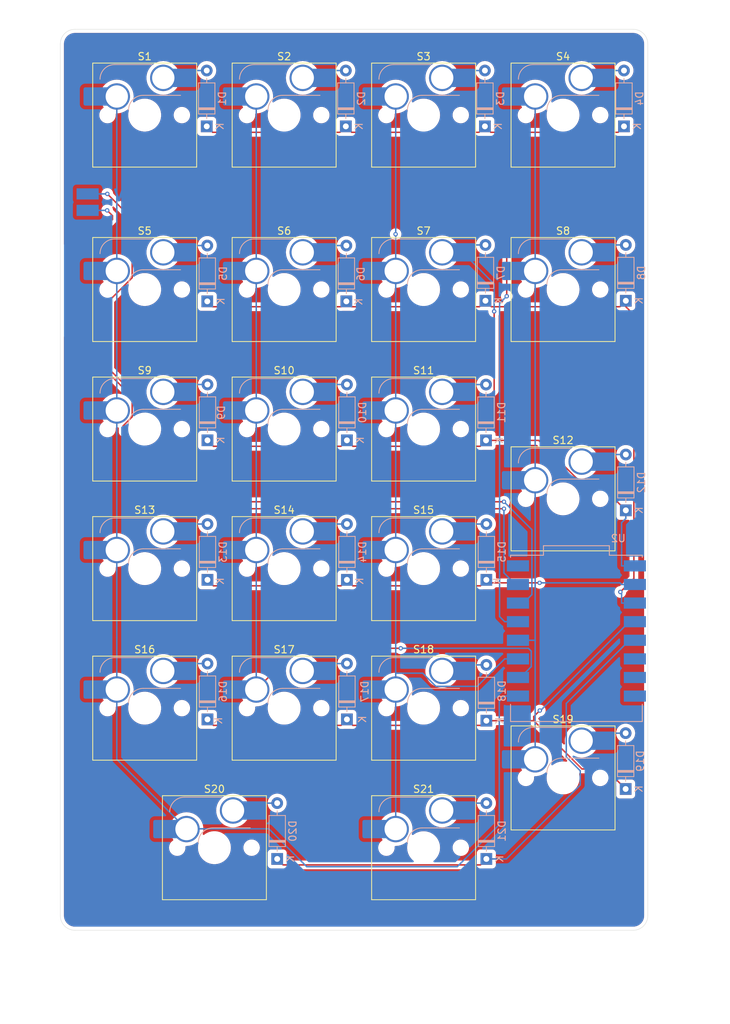
<source format=kicad_pcb>
(kicad_pcb (version 20240108) (generator "pcbnew") (generator_version "8.0")
  (layers (0 "F.Cu" signal) (31 "B.Cu" signal) (34 "B.Paste" user) (35 "F.Paste" user) (36 "B.SilkS" user "B.Silkscreen") (37 "F.SilkS" user "F.Silkscreen") (38 "B.Mask" user) (39 "F.Mask" user) (44 "Edge.Cuts" user))
  (net 0 "")
  (net 1 "Net-(D1-A)")
  (net 2 "Linha 0")
  (net 3 "Net-(D2-A)")
  (net 4 "Net-(D3-A)")
  (net 5 "Net-(D4-A)")
  (net 6 "Net-(D5-A)")
  (net 7 "Linha 1")
  (net 8 "Net-(D6-A)")
  (net 9 "Net-(D7-A)")
  (net 10 "Net-(D8-A)")
  (net 11 "Net-(D9-A)")
  (net 12 "Linha 2")
  (net 13 "Net-(D10-A)")
  (net 14 "Net-(D11-A)")
  (net 15 "Net-(D12-A)")
  (net 16 "Linha 3")
  (net 17 "Net-(D13-A)")
  (net 18 "Net-(D14-A)")
  (net 19 "Net-(D15-A)")
  (net 20 "Net-(D16-A)")
  (net 21 "Linha 4")
  (net 22 "Net-(D18-A)")
  (net 23 "Coluna 0")
  (net 24 "Coluna 1")
  (net 25 "Coluna 2")
  (net 26 "Coluna 3")
  (net 27 "Alimentação +")
  (net 28 "Linha 5")
  (net 29 "Alimentação -")
  (net 30 "Net-(D17-A)")
  (net 31 "Net-(D19-A)")
  (net 32 "Net-(D20-A)")
  (net 33 "Net-(D21-A)")
  (footprint "ScottoKeebs_Hotswap:Hotswap_MX_Plated_1.00u" (layer "F.Cu") (at 93.485 38.6425)
    (property "Reference" "S4")
    (property "Value" "Keyswitch")
  )
  (footprint "ScottoKeebs_Hotswap:Hotswap_MX_Plated_1.00u" (layer "F.Cu") (at 74.435 100.555)
    (property "Reference" "S15")
    (property "Value" "Keyswitch")
  )
  (footprint "ScottoKeebs_Hotswap:Hotswap_MX_Plated_1.00u" (layer "F.Cu") (at 36.335 62.455)
    (property "Reference" "S5")
    (property "Value" "Keyswitch")
  )
  (footprint "ScottoKeebs_Hotswap:Hotswap_MX_Plated_1.00u" (layer "F.Cu") (at 36.335 38.6425)
    (property "Reference" "S1")
    (property "Value" "Keyswitch")
  )
  (footprint "ScottoKeebs_Hotswap:Hotswap_MX_Plated_1.00u" (layer "F.Cu") (at 55.385 38.6425)
    (property "Reference" "S2")
    (property "Value" "Keyswitch")
  )
  (footprint "ScottoKeebs_Hotswap:Hotswap_MX_Plated_1.00u" (layer "F.Cu") (at 36.335 119.605)
    (property "Reference" "S16")
    (property "Value" "Keyswitch")
  )
  (footprint "ScottoKeebs_Hotswap:Hotswap_MX_Plated_1.00u" (layer "F.Cu") (at 55.385 100.555)
    (property "Reference" "S14")
    (property "Value" "Keyswitch")
  )
  (footprint "ScottoKeebs_Hotswap:Hotswap_MX_Plated_1.00u" (layer "F.Cu") (at 74.435 138.655)
    (property "Reference" "S21")
    (property "Value" "Keyswitch")
  )
  (footprint "ScottoKeebs_Hotswap:Hotswap_MX_Plated_1.00u" (layer "F.Cu") (at 74.435 38.6425)
    (property "Reference" "S3")
    (property "Value" "Keyswitch")
  )
  (footprint "ScottoKeebs_Hotswap:Hotswap_MX_Plated_1.00u" (layer "F.Cu") (at 55.385 119.605)
    (property "Reference" "S17")
    (property "Value" "Keyswitch")
  )
  (footprint "ScottoKeebs_Hotswap:Hotswap_MX_Plated_1.00u" (layer "F.Cu") (at 36.335 100.555)
    (property "Reference" "S13")
    (property "Value" "Keyswitch")
  )
  (footprint "" (layer "F.Cu") (at 28.54 49.4)
    (property "Reference" "")
    (property "Value" "")
  )
  (footprint "ScottoKeebs_Hotswap:Hotswap_MX_Plated_1.00u" (layer "F.Cu") (at 45.86 138.655)
    (property "Reference" "S20")
    (property "Value" "Keyswitch")
  )
  (footprint "ScottoKeebs_Hotswap:Hotswap_MX_Plated_1.00u" (layer "F.Cu") (at 55.385 81.505)
    (property "Reference" "S10")
    (property "Value" "Keyswitch")
  )
  (footprint "ScottoKeebs_Hotswap:Hotswap_MX_Plated_1.00u" (layer "F.Cu") (at 93.485 129.13)
    (property "Reference" "S19")
    (property "Value" "Keyswitch")
  )
  (footprint "ScottoKeebs_Hotswap:Hotswap_MX_Plated_1.00u" (layer "F.Cu") (at 55.385 62.455)
    (property "Reference" "S6")
    (property "Value" "Keyswitch")
  )
  (footprint "ScottoKeebs_Hotswap:Hotswap_MX_Plated_1.00u" (layer "F.Cu") (at 74.435 81.505)
    (property "Reference" "S11")
    (property "Value" "Keyswitch")
  )
  (footprint "ScottoKeebs_Hotswap:Hotswap_MX_Plated_1.00u" (layer "F.Cu") (at 93.485 91.03)
    (property "Reference" "S12")
    (property "Value" "Keyswitch")
  )
  (footprint "ScottoKeebs_Hotswap:Hotswap_MX_Plated_1.00u" (layer "F.Cu") (at 74.435 62.455)
    (property "Reference" "S7")
    (property "Value" "Keyswitch")
  )
  (footprint "ScottoKeebs_Hotswap:Hotswap_MX_Plated_1.00u" (layer "F.Cu") (at 93.485 62.455)
    (property "Reference" "S8")
    (property "Value" "Keyswitch")
  )
  (footprint "" (layer "F.Cu") (at 28.54 51.65)
    (property "Reference" "")
    (property "Value" "")
  )
  (footprint "ScottoKeebs_Hotswap:Hotswap_MX_Plated_1.00u" (layer "F.Cu") (at 74.435 119.605)
    (property "Reference" "S18")
    (property "Value" "Keyswitch")
  )
  (footprint "ScottoKeebs_Hotswap:Hotswap_MX_Plated_1.00u" (layer "F.Cu") (at 36.335 81.505)
    (property "Reference" "S9")
    (property "Value" "Keyswitch")
  )
  (footprint "Diode_THT:D_DO-35_SOD27_P7.62mm_Horizontal" (layer "B.Cu") (at 44.91 121.14 90)
    (property "Reference" "D16")
    (property "Value" "Diode")
  )
  (footprint "Diode_THT:D_DO-35_SOD27_P7.62mm_Horizontal" (layer "B.Cu") (at 44.91 102.09 90)
    (property "Reference" "D13")
    (property "Value" "Diode")
  )
  (footprint "Diode_THT:D_DO-35_SOD27_P7.62mm_Horizontal" (layer "B.Cu") (at 82.96 83.05 90)
    (property "Reference" "D11")
    (property "Value" "Diode")
  )
  (footprint "Diode_THT:D_DO-35_SOD27_P7.62mm_Horizontal" (layer "B.Cu") (at 63.96 102.09 90)
    (property "Reference" "D14")
    (property "Value" "Diode")
  )
  (footprint "Diode_THT:D_DO-35_SOD27_P7.62mm_Horizontal" (layer "B.Cu") (at 83.01 121.32 90)
    (property "Reference" "D18")
    (property "Value" "Diode")
  )
  (footprint "Diode_THT:D_DO-35_SOD27_P7.62mm_Horizontal" (layer "B.Cu") (at 101.81 40.18 90)
    (property "Reference" "D4")
    (property "Value" "Diode")
  )
  (footprint "Diode_THT:D_DO-35_SOD27_P7.62mm_Horizontal" (layer "B.Cu") (at 44.81 40.18 90)
    (property "Reference" "D1")
    (property "Value" "Diode")
  )
  (footprint "Diode_THT:D_DO-35_SOD27_P7.62mm_Horizontal" (layer "B.Cu") (at 83.01 102.09 90)
    (property "Reference" "D15")
    (property "Value" "Diode")
  )
  (footprint "Diode_THT:D_DO-35_SOD27_P7.62mm_Horizontal" (layer "B.Cu") (at 102.035 130.64 90)
    (property "Reference" "D19")
    (property "Value" "Diode")
  )
  (footprint "Diode_THT:D_DO-35_SOD27_P7.62mm_Horizontal" (layer "B.Cu") (at 63.81 40.18 90)
    (property "Reference" "D2")
    (property "Value" "Diode")
  )
  (footprint "Diode_THT:D_DO-35_SOD27_P7.62mm_Horizontal" (layer "B.Cu") (at 63.96 121.14 90)
    (property "Reference" "D17")
    (property "Value" "Diode")
  )
  (footprint "Diode_THT:D_DO-35_SOD27_P7.62mm_Horizontal" (layer "B.Cu") (at 63.96 83.04 90)
    (property "Reference" "D10")
    (property "Value" "Diode")
  )
  (footprint "Diode_THT:D_DO-35_SOD27_P7.62mm_Horizontal" (layer "B.Cu") (at 102.06 92.6 90)
    (property "Reference" "D12")
    (property "Value" "Diode")
  )
  (footprint "Diode_THT:D_DO-35_SOD27_P7.62mm_Horizontal" (layer "B.Cu") (at 44.91 83.04 90)
    (property "Reference" "D9")
    (property "Value" "Diode")
  )
  (footprint "Diode_THT:D_DO-35_SOD27_P7.62mm_Horizontal" (layer "B.Cu") (at 54.435 140.19 90)
    (property "Reference" "D20")
    (property "Value" "Diode")
  )
  (footprint "Diode_THT:D_DO-35_SOD27_P7.62mm_Horizontal" (layer "B.Cu") (at 44.885 64.07 90)
    (property "Reference" "D5")
    (property "Value" "Diode")
  )
  (footprint "Diode_THT:D_DO-35_SOD27_P7.62mm_Horizontal" (layer "B.Cu") (at 82.885 63.99 90)
    (property "Reference" "D7")
    (property "Value" "Diode")
  )
  (footprint "Diode_THT:D_DO-35_SOD27_P7.62mm_Horizontal" (layer "B.Cu") (at 82.81 40.18 90)
    (property "Reference" "D3")
    (property "Value" "Diode")
  )
  (footprint "ESP32-C3-SuperMini:ESP32-C3_SUPERMINI" (layer "B.Cu") (at 95.31 110.08 180)
    (property "Reference" "U2")
    (property "Value" "ESP32-C3_SUPERMINI_SMD")
  )
  (footprint "Diode_THT:D_DO-35_SOD27_P7.62mm_Horizontal" (layer "B.Cu") (at 63.885 64.07 90)
    (property "Reference" "D6")
    (property "Value" "Diode")
  )
  (footprint "Diode_THT:D_DO-35_SOD27_P7.62mm_Horizontal" (layer "B.Cu") (at 83.01 140.19 90)
    (property "Reference" "D21")
    (property "Value" "Diode")
  )
  (footprint "Diode_THT:D_DO-35_SOD27_P7.62mm_Horizontal" (layer "B.Cu") (at 102.06 63.99 90)
    (property "Reference" "D8")
    (property "Value" "Diode")
  )
  (gr_arc (start 26.81 149.93) (mid 25.395786 149.344214) (end 24.81 147.93) (stroke (width 0.05)) (layer "Edge.Cuts"))
  (gr_line (start 24.81 122.18) (end 24.81 147.93) (stroke (width 0.05)) (layer "Edge.Cuts"))
  (gr_arc (start 105.06 147.93) (mid 104.474214 149.344214) (end 103.06 149.93) (stroke (width 0.05)) (layer "Edge.Cuts"))
  (gr_line (start 83.81 149.93) (end 26.81 149.93) (stroke (width 0.05)) (layer "Edge.Cuts"))
  (gr_line (start 36.81 26.93) (end 26.81 26.93) (stroke (width 0.05)) (layer "Edge.Cuts"))
  (gr_line (start 36.81 26.93) (end 103.06 26.93) (stroke (width 0.05)) (layer "Edge.Cuts"))
  (gr_line (start 83.81 149.93) (end 103.06 149.93) (stroke (width 0.05)) (layer "Edge.Cuts"))
  (gr_arc (start 24.81 28.93) (mid 25.395786 27.515786) (end 26.81 26.93) (stroke (width 0.05)) (layer "Edge.Cuts"))
  (gr_arc (start 103.06 26.93) (mid 104.474214 27.515786) (end 105.06 28.93) (stroke (width 0.05)) (layer "Edge.Cuts"))
  (gr_line (start 24.81 116.93) (end 24.81 28.93) (stroke (width 0.05)) (layer "Edge.Cuts"))
  (gr_line (start 105.06 112.18) (end 105.06 147.93) (stroke (width 0.05)) (layer "Edge.Cuts"))
  (gr_line (start 24.81 122.18) (end 24.81 116.93) (stroke (width 0.05)) (layer "Edge.Cuts"))
  (gr_line (start 105.06 112.18) (end 105.06 28.93) (stroke (width 0.05)) (layer "Edge.Cuts"))
  (gr_text "+5V\n" (at 36.94 50.49 0) (layer "B.Cu") (effects (font (size 1.5 1.5) (thickness 0.3) (bold yes)) (justify left bottom mirror)))
  (segment (start 42.6575 32.56) (end 42.1563 33.0612) (width 0.2) (layer "B.Cu") (net 1))
  (segment (start 39.3763 33.0612) (end 38.875 33.5625) (width 0.2) (layer "B.Cu") (net 1))
  (segment (start 42.1563 33.0612) (end 39.3763 33.0612) (width 0.2) (layer "B.Cu") (net 1))
  (segment (start 42.1563 33.0612) (end 41.655 33.5625) (width 0.2) (layer "B.Cu") (net 1))
  (segment (start 44.81 32.56) (end 42.6575 32.56) (width 0.2) (layer "B.Cu") (net 1))
  (segment (start 85.792 63.3665) (end 85.792 41.9544) (width 0.2) (layer "F.Cu") (net 2))
  (segment (start 82.81 40.18) (end 83.6225 40.9925) (width 0.2) (layer "F.Cu") (net 2))
  (segment (start 100.998 40.9925) (end 101.81 40.18) (width 0.2) (layer "F.Cu") (net 2))
  (segment (start 63.81 40.18) (end 62.9975 40.9925) (width 0.2) (layer "F.Cu") (net 2))
  (segment (start 62.9975 40.9925) (end 45.6225 40.9925) (width 0.2) (layer "F.Cu") (net 2))
  (segment (start 85.792 41.9544) (end 84.8301 40.9925) (width 0.2) (layer "F.Cu") (net 2))
  (segment (start 83.6225 40.9925) (end 84.8301 40.9925) (width 0.2) (layer "F.Cu") (net 2))
  (segment (start 82.81 40.18) (end 81.9975 40.9925) (width 0.2) (layer "F.Cu") (net 2))
  (segment (start 84.8301 40.9925) (end 100.998 40.9925) (width 0.2) (layer "F.Cu") (net 2))
  (segment (start 45.6225 40.9925) (end 44.81 40.18) (width 0.2) (layer "F.Cu") (net 2))
  (segment (start 81.9975 40.9925) (end 64.6225 40.9925) (width 0.2) (layer "F.Cu") (net 2))
  (segment (start 64.6225 40.9925) (end 63.81 40.18) (width 0.2) (layer "F.Cu") (net 2))
  (via (at 85.792 63.3665) (size 0.6) (drill 0.3) (layers "F.Cu" "B.Cu") (net 2))
  (segment (start 85.5108 107.8) (end 84.8139 107.1031) (width 0.2) (layer "B.Cu") (net 2))
  (segment (start 84.8139 64.3446) (end 85.792 63.3665) (width 0.2) (layer "B.Cu") (net 2))
  (segment (start 87.325 107.8) (end 85.5108 107.8) (width 0.2) (layer "B.Cu") (net 2))
  (segment (start 84.8139 107.1031) (end 84.8139 64.3446) (width 0.2) (layer "B.Cu") (net 2))
  (segment (start 61.2063 33.0612) (end 60.705 33.5625) (width 0.2) (layer "B.Cu") (net 3))
  (segment (start 61.7075 32.56) (end 61.2063 33.0612) (width 0.2) (layer "B.Cu") (net 3))
  (segment (start 61.2063 33.0612) (end 58.4263 33.0612) (width 0.2) (layer "B.Cu") (net 3))
  (segment (start 58.4263 33.0612) (end 57.925 33.5625) (width 0.2) (layer "B.Cu") (net 3))
  (segment (start 63.81 32.56) (end 61.7075 32.56) (width 0.2) (layer "B.Cu") (net 3))
  (segment (start 82.81 32.56) (end 80.7575 32.56) (width 0.2) (layer "B.Cu") (net 4))
  (segment (start 80.2563 33.0612) (end 79.755 33.5625) (width 0.2) (layer "B.Cu") (net 4))
  (segment (start 80.2563 33.0612) (end 77.4763 33.0612) (width 0.2) (layer "B.Cu") (net 4))
  (segment (start 80.7575 32.56) (end 80.2563 33.0612) (width 0.2) (layer "B.Cu") (net 4))
  (segment (start 77.4763 33.0612) (end 76.975 33.5625) (width 0.2) (layer "B.Cu") (net 4))
  (segment (start 96.5263 33.0612) (end 96.025 33.5625) (width 0.2) (layer "B.Cu") (net 5))
  (segment (start 99.3063 33.0612) (end 96.5263 33.0612) (width 0.2) (layer "B.Cu") (net 5))
  (segment (start 99.3063 33.0612) (end 98.805 33.5625) (width 0.2) (layer "B.Cu") (net 5))
  (segment (start 101.81 32.56) (end 99.8075 32.56) (width 0.2) (layer "B.Cu") (net 5))
  (segment (start 99.8075 32.56) (end 99.3063 33.0612) (width 0.2) (layer "B.Cu") (net 5))
  (segment (start 42.1175 56.9125) (end 41.655 57.375) (width 0.2) (layer "B.Cu") (net 6))
  (segment (start 42.1175 56.9125) (end 39.3375 56.9125) (width 0.2) (layer "B.Cu") (net 6))
  (segment (start 44.885 56.45) (end 42.58 56.45) (width 0.2) (layer "B.Cu") (net 6))
  (segment (start 39.3375 56.9125) (end 38.875 57.375) (width 0.2) (layer "B.Cu") (net 6))
  (segment (start 42.58 56.45) (end 42.1175 56.9125) (width 0.2) (layer "B.Cu") (net 6))
  (segment (start 102.06 63.99) (end 101.6525 64.3975) (width 0.2) (layer "F.Cu") (net 7))
  (segment (start 63.15 64.805) (end 45.62 64.805) (width 0.2) (layer "F.Cu") (net 7))
  (segment (start 103.1617 65.9067) (end 103.1617 101.8931) (width 0.2) (layer "F.Cu") (net 7))
  (segment (start 82.885 63.99) (end 82.07 64.805) (width 0.2) (layer "F.Cu") (net 7))
  (segment (start 101.6525 64.3975) (end 101.245 64.805) (width 0.2) (layer "F.Cu") (net 7))
  (segment (start 101.245 64.805) (end 83.7 64.805) (width 0.2) (layer "F.Cu") (net 7))
  (segment (start 82.07 64.805) (end 64.62 64.805) (width 0.2) (layer "F.Cu") (net 7))
  (segment (start 63.885 64.07) (end 63.15 64.805) (width 0.2) (layer "F.Cu") (net 7))
  (segment (start 101.6525 64.3975) (end 103.1617 65.9067) (width 0.2) (layer "F.Cu") (net 7))
  (segment (start 45.62 64.805) (end 44.885 64.07) (width 0.2) (layer "F.Cu") (net 7))
  (segment (start 83.7 64.805) (end 82.885 63.99) (width 0.2) (layer "F.Cu") (net 7))
  (segment (start 103.1617 101.8931) (end 101.3125 103.7423) (width 0.2) (layer "F.Cu") (net 7))
  (segment (start 64.62 64.805) (end 63.885 64.07) (width 0.2) (layer "F.Cu") (net 7))
  (via (at 101.3125 103.7423) (size 0.6) (drill 0.3) (layers "F.Cu" "B.Cu") (net 7))
  (segment (start 101.4808 103.9106) (end 101.3125 103.7423) (width 0.2) (layer "B.Cu") (net 7))
  (segment (start 101.4808 105.26) (end 101.4808 103.9106) (width 0.2) (layer "B.Cu") (net 7))
  (segment (start 103.295 105.26) (end 101.4808 105.26) (width 0.2) (layer "B.Cu") (net 7))
  (segment (start 58.3875 56.9125) (end 57.925 57.375) (width 0.2) (layer "B.Cu") (net 8))
  (segment (start 61.1675 56.9125) (end 58.3875 56.9125) (width 0.2) (layer "B.Cu") (net 8))
  (segment (start 61.1675 56.9125) (end 60.705 57.375) (width 0.2) (layer "B.Cu") (net 8))
  (segment (start 63.885 56.45) (end 61.63 56.45) (width 0.2) (layer "B.Cu") (net 8))
  (segment (start 61.63 56.45) (end 61.1675 56.9125) (width 0.2) (layer "B.Cu") (net 8))
  (segment (start 83.905 76.425) (end 83.9075 76.4275) (width 0.2) (layer "F.Cu") (net 9))
  (segment (start 83.9075 76.4275) (end 83.91 76.43) (width 0.2) (layer "F.Cu") (net 9))
  (segment (start 84.0734 76.2616) (end 84.0734 65.4393) (width 0.2) (layer "F.Cu") (net 9))
  (segment (start 83.9075 76.4275) (end 84.0734 76.2616) (width 0.2) (layer "F.Cu") (net 9))
  (via (at 84.0734 65.4393) (size 0.6) (drill 0.3) (layers "F.Cu" "B.Cu") (net 9))
  (segment (start 80.2575 56.8725) (end 77.4775 56.8725) (width 0.2) (layer "B.Cu") (net 9))
  (segment (start 79.755 57.375) (end 84.0734 61.6934) (width 0.2) (layer "B.Cu") (net 9))
  (segment (start 84.0734 61.6934) (end 84.0734 65.4393) (width 0.2) (layer "B.Cu") (net 9))
  (segment (start 77.4775 56.8725) (end 76.975 57.375) (width 0.2) (layer "B.Cu") (net 9))
  (segment (start 80.76 56.37) (end 80.2575 56.8725) (width 0.2) (layer "B.Cu") (net 9))
  (segment (start 82.885 56.37) (end 80.76 56.37) (width 0.2) (layer "B.Cu") (net 9))
  (segment (start 80.2575 56.8725) (end 79.755 57.375) (width 0.2) (layer "B.Cu") (net 9))
  (segment (start 99.81 56.37) (end 99.3075 56.8725) (width 0.2) (layer "B.Cu") (net 10))
  (segment (start 99.3075 56.8725) (end 98.805 57.375) (width 0.2) (layer "B.Cu") (net 10))
  (segment (start 102.06 56.37) (end 99.81 56.37) (width 0.2) (layer "B.Cu") (net 10))
  (segment (start 96.5275 56.8725) (end 96.025 57.375) (width 0.2) (layer "B.Cu") (net 10))
  (segment (start 99.3075 56.8725) (end 96.5275 56.8725) (width 0.2) (layer "B.Cu") (net 10))
  (segment (start 39.3775 75.9225) (end 38.875 76.425) (width 0.2) (layer "B.Cu") (net 11))
  (segment (start 42.1575 75.9225) (end 39.3775 75.9225) (width 0.2) (layer "B.Cu") (net 11))
  (segment (start 44.91 75.42) (end 42.66 75.42) (width 0.2) (layer "B.Cu") (net 11))
  (segment (start 42.1575 75.9225) (end 41.655 76.425) (width 0.2) (layer "B.Cu") (net 11))
  (segment (start 42.66 75.42) (end 42.1575 75.9225) (width 0.2) (layer "B.Cu") (net 11))
  (segment (start 82.155 83.855) (end 64.775 83.855) (width 0.2) (layer "F.Cu") (net 12))
  (segment (start 90.1552 83.05) (end 96.9102 89.805) (width 0.2) (layer "F.Cu") (net 12))
  (segment (start 63.145 83.855) (end 45.725 83.855) (width 0.2) (layer "F.Cu") (net 12))
  (segment (start 96.9102 89.805) (end 99.265 89.805) (width 0.2) (layer "F.Cu") (net 12))
  (segment (start 64.775 83.855) (end 63.96 83.04) (width 0.2) (layer "F.Cu") (net 12))
  (segment (start 82.96 83.05) (end 82.155 83.855) (width 0.2) (layer "F.Cu") (net 12))
  (segment (start 82.96 83.05) (end 90.1552 83.05) (width 0.2) (layer "F.Cu") (net 12))
  (segment (start 63.96 83.04) (end 63.145 83.855) (width 0.2) (layer "F.Cu") (net 12))
  (segment (start 99.265 89.805) (end 102.06 92.6) (width 0.2) (layer "F.Cu") (net 12))
  (segment (start 45.725 83.855) (end 44.91 83.04) (width 0.2) (layer "F.Cu") (net 12))
  (segment (start 102.06 93.7017) (end 101.4808 94.2809) (width 0.2) (layer "B.Cu") (net 12))
  (segment (start 103.295 100.18) (end 101.4808 100.18) (width 0.2) (layer "B.Cu") (net 12))
  (segment (start 102.06 92.6) (end 102.06 93.7017) (width 0.2) (layer "B.Cu") (net 12))
  (segment (start 101.4808 94.2809) (end 101.4808 100.18) (width 0.2) (layer "B.Cu") (net 12))
  (segment (start 61.2075 75.9225) (end 58.4275 75.9225) (width 0.2) (layer "B.Cu") (net 13))
  (segment (start 61.2075 75.9225) (end 60.705 76.425) (width 0.2) (layer "B.Cu") (net 13))
  (segment (start 63.96 75.42) (end 61.71 75.42) (width 0.2) (layer "B.Cu") (net 13))
  (segment (start 61.71 75.42) (end 61.2075 75.9225) (width 0.2) (layer "B.Cu") (net 13))
  (segment (start 58.4275 75.9225) (end 57.925 76.425) (width 0.2) (layer "B.Cu") (net 13))
  (segment (start 80.2525 75.9275) (end 77.4725 75.9275) (width 0.2) (layer "B.Cu") (net 14))
  (segment (start 82.96 75.43) (end 80.75 75.43) (width 0.2) (layer "B.Cu") (net 14))
  (segment (start 80.75 75.43) (end 80.2525 75.9275) (width 0.2) (layer "B.Cu") (net 14))
  (segment (start 80.2525 75.9275) (end 79.755 76.425) (width 0.2) (layer "B.Cu") (net 14))
  (segment (start 77.4725 75.9275) (end 76.975 76.425) (width 0.2) (layer "B.Cu") (net 14))
  (segment (start 99.29 85.465) (end 98.805 85.95) (width 0.2) (layer "B.Cu") (net 15))
  (segment (start 96.51 85.465) (end 96.025 85.95) (width 0.2) (layer "B.Cu") (net 15))
  (segment (start 99.29 85.465) (end 96.51 85.465) (width 0.2) (layer "B.Cu") (net 15))
  (segment (start 102.06 84.98) (end 99.775 84.98) (width 0.2) (layer "B.Cu") (net 15))
  (segment (start 99.775 84.98) (end 99.29 85.465) (width 0.2) (layer "B.Cu") (net 15))
  (segment (start 82.195 102.905) (end 82.6025 102.4975) (width 0.2) (layer "F.Cu") (net 16))
  (segment (start 44.91 102.09) (end 45.725 102.905) (width 0.2) (layer "F.Cu") (net 16))
  (segment (start 64.775 102.905) (end 82.195 102.905) (width 0.2) (layer "F.Cu") (net 16))
  (segment (start 63.145 102.905) (end 63.96 102.09) (width 0.2) (layer "F.Cu") (net 16))
  (segment (start 82.6025 102.4975) (end 83.01 102.09) (width 0.2) (layer "F.Cu") (net 16))
  (segment (start 63.96 102.09) (end 64.775 102.905) (width 0.2) (layer "F.Cu") (net 16))
  (segment (start 82.6025 102.4975) (end 90.2787 102.4975) (width 0.2) (layer "F.Cu") (net 16))
  (segment (start 45.725 102.905) (end 63.145 102.905) (width 0.2) (layer "F.Cu") (net 16))
  (via (at 90.2787 102.4975) (size 0.6) (drill 0.3) (layers "F.Cu" "B.Cu") (net 16))
  (segment (start 101.2583 102.4975) (end 90.2787 102.4975) (width 0.2) (layer "B.Cu") (net 16))
  (segment (start 103.295 102.72) (end 101.4808 102.72) (width 0.2) (layer "B.Cu") (net 16))
  (segment (start 101.4808 102.72) (end 101.2583 102.4975) (width 0.2) (layer "B.Cu") (net 16))
  (segment (start 42.66 94.47) (end 42.1575 94.9725) (width 0.2) (layer "B.Cu") (net 17))
  (segment (start 44.91 94.47) (end 42.66 94.47) (width 0.2) (layer "B.Cu") (net 17))
  (segment (start 39.3775 94.9725) (end 38.875 95.475) (width 0.2) (layer "B.Cu") (net 17))
  (segment (start 42.1575 94.9725) (end 41.655 95.475) (width 0.2) (layer "B.Cu") (net 17))
  (segment (start 42.1575 94.9725) (end 39.3775 94.9725) (width 0.2) (layer "B.Cu") (net 17))
  (segment (start 61.2075 94.9725) (end 58.4275 94.9725) (width 0.2) (layer "B.Cu") (net 18))
  (segment (start 58.4275 94.9725) (end 57.925 95.475) (width 0.2) (layer "B.Cu") (net 18))
  (segment (start 61.71 94.47) (end 61.2075 94.9725) (width 0.2) (layer "B.Cu") (net 18))
  (segment (start 63.96 94.47) (end 61.71 94.47) (width 0.2) (layer "B.Cu") (net 18))
  (segment (start 61.2075 94.9725) (end 60.705 95.475) (width 0.2) (layer "B.Cu") (net 18))
  (segment (start 80.76 94.47) (end 80.2575 94.9725) (width 0.2) (layer "B.Cu") (net 19))
  (segment (start 83.01 94.47) (end 80.76 94.47) (width 0.2) (layer "B.Cu") (net 19))
  (segment (start 80.2575 94.9725) (end 79.755 95.475) (width 0.2) (layer "B.Cu") (net 19))
  (segment (start 77.4775 94.9725) (end 76.975 95.475) (width 0.2) (layer "B.Cu") (net 19))
  (segment (start 80.2575 94.9725) (end 77.4775 94.9725) (width 0.2) (layer "B.Cu") (net 19))
  (segment (start 38.88 114.52) (end 38.875 114.525) (width 0.2) (layer "F.Cu") (net 20))
  (segment (start 44.91 113.52) (end 42.66 113.52) (width 0.2) (layer "B.Cu") (net 20))
  (segment (start 42.1575 114.0225) (end 41.655 114.525) (width 0.2) (layer "B.Cu") (net 20))
  (segment (start 39.3775 114.0225) (end 38.875 114.525) (width 0.2) (layer "B.Cu") (net 20))
  (segment (start 42.1575 114.0225) (end 39.3775 114.0225) (width 0.2) (layer "B.Cu") (net 20))
  (segment (start 42.66 113.52) (end 42.1575 114.0225) (width 0.2) (layer "B.Cu") (net 20))
  (segment (start 83.01 121.32) (end 89.48 121.32) (width 0.2) (layer "F.Cu") (net 21))
  (segment (start 82.375 121.955) (end 64.775 121.955) (width 0.2) (layer "F.Cu") (net 21))
  (segment (start 90.31 119.93) (end 89.48 120.76) (width 0.2) (layer "F.Cu") (net 21))
  (segment (start 45.725 121.955) (end 44.91 121.14) (width 0.2) (layer "F.Cu") (net 21))
  (segment (start 64.775 121.955) (end 63.96 121.14) (width 0.2) (layer "F.Cu") (net 21))
  (segment (start 63.145 121.955) (end 45.725 121.955) (width 0.2) (layer "F.Cu") (net 21))
  (segment (start 89.48 121.32) (end 96.065 127.905) (width 0.2) (layer "F.Cu") (net 21))
  (segment (start 83.01 121.32) (end 82.375 121.955) (width 0.2) (layer "F.Cu") (net 21))
  (segment (start 96.065 127.905) (end 99.3 127.905) (width 0.2) (layer "F.Cu") (net 21))
  (segment (start 63.96 121.14) (end 63.145 121.955) (width 0.2) (layer "F.Cu") (net 21))
  (segment (start 89.48 120.76) (end 89.48 121.32) (width 0.2) (layer "F.Cu") (net 21))
  (segment (start 99.3 127.905) (end 102.035 130.64) (width 0.2) (layer "F.Cu") (net 21))
  (via (at 90.31 119.93) (size 0.6) (drill 0.3) (layers "F.Cu" "B.Cu") (net 21))
  (segment (start 102.5445 107.8) (end 90.4145 119.93) (width 0.2) (layer "B.Cu") (net 21))
  (segment (start 90.4145 119.93) (end 90.31 119.93) (width 0.2) (layer "B.Cu") (net 21))
  (segment (start 103.295 107.8) (end 102.5445 107.8) (width 0.2) (layer "B.Cu") (net 21))
  (segment (start 76.98 114.52) (end 76.975 114.525) (width 0.2) (layer "F.Cu") (net 22))
  (segment (start 83.01 113.7) (end 80.58 113.7) (width 0.2) (layer "B.Cu") (net 22))
  (segment (start 80.1675 114.1125) (end 79.755 114.525) (width 0.2) (layer "B.Cu") (net 22))
  (segment (start 80.1675 114.1125) (end 77.3875 114.1125) (width 0.2) (layer "B.Cu") (net 22))
  (segment (start 77.3875 114.1125) (end 76.975 114.525) (width 0.2) (layer "B.Cu") (net 22))
  (segment (start 80.58 113.7) (end 80.1675 114.1125) (width 0.2) (layer "B.Cu") (net 22))
  (segment (start 32.525 109.985) (end 32.525 117.065) (width 0.2) (layer "B.Cu") (net 23))
  (segment (start 32.525 78.965) (end 32.525 98.015) (width 0.2) (layer "B.Cu") (net 23))
  (segment (start 42.09 136.075) (end 42.05 136.115) (width 0.2) (layer "B.Cu") (net 23))
  (segment (start 84.7743 135.5047) (end 79.0302 141.2488) (width 0.2) (layer "B.Cu") (net 23))
  (segment (start 39.275 133.34) (end 42.05 136.115) (width 0.2) (layer "B.Cu") (net 23))
  (segment (start 32.525 98.6725) (end 30.4075 98.6725) (width 0.2) (layer "B.Cu") (net 23))
  (segment (start 79.0302 141.2488) (end 58.473 141.2488) (width 0.2) (layer "B.Cu") (net 23))
  (segment (start 30.4075 36.76) (end 29.75 36.1025) (width 0.2) (layer "B.Cu") (net 23))
  (segment (start 85.5108 117.96) (end 84.7743 118.6965) (width 0.2) (layer "B.Cu") (net 23))
  (segment (start 58.473 141.2488) (end 53.2992 136.075) (width 0.2) (layer "B.Cu") (net 23))
  (segment (start 87.325 117.96) (end 85.5108 117.96) (width 0.2) (layer "B.Cu") (net 23))
  (segment (start 30.4075 98.6725) (end 29.75 98.015) (width 0.2) (layer "B.Cu") (net 23))
  (segment (start 32.525 126.59) (end 39.275 133.34) (width 0.2) (layer "B.Cu") (net 23))
  (segment (start 53.2992 136.075) (end 42.09 136.075) (width 0.2) (layer "B.Cu") (net 23))
  (segment (start 29.75 78.965) (end 32.525 78.965) (width 0.2) (layer "B.Cu") (net 23))
  (segment (start 32.525 98.015) (end 32.525 98.6725) (width 0.2) (layer "B.Cu") (net 23))
  (segment (start 32.525 98.6725) (end 32.525 109.985) (width 0.2) (layer "B.Cu") (net 23))
  (segment (start 32.525 117.065) (end 32.525 126.59) (width 0.2) (layer "B.Cu") (net 23))
  (segment (start 32.525 36.76) (end 30.4075 36.76) (width 0.2) (layer "B.Cu") (net 23))
  (segment (start 32.525 50.4537) (end 32.525 59.915) (width 0.2) (layer "B.Cu") (net 23))
  (segment (start 32.525 59.915) (end 32.525 78.965) (width 0.2) (layer "B.Cu") (net 23))
  (segment (start 32.525 36.1025) (end 32.525 36.76) (width 0.2) (layer "B.Cu") (net 23))
  (segment (start 32.525 36.76) (end 32.525 50.4537) (width 0.2) (layer "B.Cu") (net 23))
  (segment (start 84.7743 118.6965) (end 84.7743 135.5047) (width 0.2) (layer "B.Cu") (net 23))
  (segment (start 71.31 111.43) (end 57.21 111.43) (width 0.2) (layer "F.Cu") (net 24))
  (segment (start 57.21 111.43) (end 51.575 117.065) (width 0.2) (layer "F.Cu") (net 24))
  (via (at 71.31 111.43) (size 0.6) (drill 0.3) (layers "F.Cu" "B.Cu") (net 24))
  (segment (start 51.575 36.1025) (end 51.575 36.76) (width 0.2) (layer "B.Cu") (net 24))
  (segment (start 87.325 115.42) (end 87.6595 115.42) (width 0.2) (layer "B.Cu") (net 24))
  (segment (start 88.7495 111.43) (end 71.31 111.43) (width 0.2) (layer "B.Cu") (net 24))
  (segment (start 51.575 60.5725) (end 51.575 74.4964) (width 0.2) (layer "B.Cu") (net 24))
  (segment (start 51.575 74.4964) (end 51.575 78.965) (width 0.2) (layer "B.Cu") (net 24))
  (segment (start 49.4575 36.76) (end 48.8 36.1025) (width 0.2) (layer "B.Cu") (net 24))
  (segment (start 51.575 98.6725) (end 51.575 112.5964) (width 0.2) (layer "B.Cu") (net 24))
  (segment (start 51.575 59.915) (end 51.575 60.5725) (width 0.2) (layer "B.Cu") (net 24))
  (segment (start 49.4575 60.5725) (end 48.8 59.915) (width 0.2) (layer "B.Cu") (net 24))
  (segment (start 51.575 60.5725) (end 49.4575 60.5725) (width 0.2) (layer "B.Cu") (net 24))
  (segment (start 89.1375 111.818) (end 88.7495 111.43) (width 0.2) (layer "B.Cu") (net 24))
  (segment (start 51.575 98.015) (end 51.575 98.6725) (width 0.2) (layer "B.Cu") (net 24))
  (segment (start 89.1375 113.942) (end 89.1375 111.818) (width 0.2) (layer "B.Cu") (net 24))
  (segment (start 87.6595 115.42) (end 89.1375 113.942) (width 0.2) (layer "B.Cu") (net 24))
  (segment (start 49.4575 98.6725) (end 48.8 98.015) (width 0.2) (layer "B.Cu") (net 24))
  (segment (start 51.575 36.76) (end 49.4575 36.76) (width 0.2) (layer "B.Cu") (net 24))
  (segment (start 51.575 98.6725) (end 49.4575 98.6725) (width 0.2) (layer "B.Cu") (net 24))
  (segment (start 51.575 112.5964) (end 51.575 117.065) (width 0.2) (layer "B.Cu") (net 24))
  (segment (start 51.575 36.76) (end 51.575 59.915) (width 0.2) (layer "B.Cu") (net 24))
  (segment (start 51.575 78.965) (end 51.575 98.015) (width 0.2) (layer "B.Cu") (net 24))
  (via (at 70.61 54.9025) (size 0.6) (drill 0.3) (layers "F.Cu" "B.Cu") (net 25))
  (segment (start 68.5075 98.6725) (end 67.85 98.015) (width 0.2) (layer "B.Cu") (net 25))
  (segment (start 70.625 114.8307) (end 74.3085 114.8307) (width 0.2) (layer "B.Cu") (net 25))
  (segment (start 70.625 117.065) (end 70.625 129.0775) (width 0.2) (layer "B.Cu") (net 25))
  (segment (start 70.625 36.1025) (end 70.625 36.76) (width 0.2) (layer "B.Cu") (net 25))
  (segment (start 70.625 59.915) (end 70.625 60.5725) (width 0.2) (layer "B.Cu") (net 25))
  (segment (start 70.625 74.4964) (end 70.625 78.965) (width 0.2) (layer "B.Cu") (net 25))
  (segment (start 70.625 98.015) (end 70.625 98.6725) (width 0.2) (layer "B.Cu") (net 25))
  (segment (start 68.5075 60.5725) (end 67.85 59.915) (width 0.2) (layer "B.Cu") (net 25))
  (segment (start 76.1045 116.6267) (end 81.7641 116.6267) (width 0.2) (layer "B.Cu") (net 25))
  (segment (start 70.625 98.6725) (end 70.625 112.5964) (width 0.2) (layer "B.Cu") (net 25))
  (segment (start 70.625 60.5725) (end 70.625 74.4964) (width 0.2) (layer "B.Cu") (net 25))
  (segment (start 70.625 129.0775) (end 70.625 136.115) (width 0.2) (layer "B.Cu") (net 25))
  (segment (start 70.625 54.9175) (end 70.625 59.915) (width 0.2) (layer "B.Cu") (net 25))
  (segment (start 70.625 112.5964) (end 70.625 114.8307) (width 0.2) (layer "B.Cu") (net 25))
  (segment (start 74.3085 114.8307) (end 76.1045 116.6267) (width 0.2) (layer "B.Cu") (net 25))
  (segment (start 81.7641 116.6267) (end 85.5108 112.88) (width 0.2) (layer "B.Cu") (net 25))
  (segment (start 70.625 36.76) (end 68.5075 36.76) (width 0.2) (layer "B.Cu") (net 25))
  (segment (start 87.325 112.88) (end 85.5108 112.88) (width 0.2) (layer "B.Cu") (net 25))
  (segment (start 70.625 36.76) (end 70.625 54.9175) (width 0.2) (layer "B.Cu") (net 25))
  (segment (start 70.625 60.5725) (end 68.5075 60.5725) (width 0.2) (layer "B.Cu") (net 25))
  (segment (start 68.5075 36.76) (end 67.85 36.1025) (width 0.2) (layer "B.Cu") (net 25))
  (segment (start 70.625 114.8307) (end 70.625 117.065) (width 0.2) (layer "B.Cu") (net 25))
  (segment (start 70.625 98.6725) (end 68.5075 98.6725) (width 0.2) (layer "B.Cu") (net 25))
  (segment (start 70.61 54.9025) (end 70.625 54.9175) (width 0.2) (layer "B.Cu") (net 25))
  (segment (start 70.625 78.965) (end 70.625 98.015) (width 0.2) (layer "B.Cu") (net 25))
  (segment (start 89.675 36.1025) (end 89.675 36.76) (width 0.2) (layer "B.Cu") (net 26))
  (segment (start 87.5575 36.76) (end 86.9 36.1025) (width 0.2) (layer "B.Cu") (net 26))
  (segment (start 89.675 110.34) (end 89.675 122.706) (width 0.2) (layer "B.Cu") (net 26))
  (segment (start 87.5575 60.5725) (end 86.9 59.915) (width 0.2) (layer "B.Cu") (net 26))
  (segment (start 89.675 59.915) (end 89.675 60.5725) (width 0.2) (layer "B.Cu") (net 26))
  (segment (start 89.675 86.22) (end 89.675 88.49) (width 0.2) (layer "B.Cu") (net 26))
  (segment (start 89.675 60.5725) (end 87.5575 60.5725) (width 0.2) (layer "B.Cu") (net 26))
  (segment (start 86.9 125.481) (end 86.9 126.59) (width 0.2) (layer "B.Cu") (net 26))
  (segment (start 89.675 36.76) (end 87.5575 36.76) (width 0.2) (layer "B.Cu") (net 26))
  (segment (start 89.675 36.76) (end 89.675 59.915) (width 0.2) (layer "B.Cu") (net 26))
  (segment (start 89.675 110.34) (end 87.325 110.34) (width 0.2) (layer "B.Cu") (net 26))
  (segment (start 89.675 88.49) (end 89.675 110.34) (width 0.2) (layer "B.Cu") (net 26))
  (segment (start 89.675 60.5725) (end 89.675 86.22) (width 0.2) (layer "B.Cu") (net 26))
  (segment (start 89.675 122.706) (end 89.675 126.59) (width 0.2) (layer "B.Cu") (net 26))
  (segment (start 89.865 126.4) (end 89.675 126.59) (width 0.2) (layer "B.Cu") (net 26))
  (segment (start 34.625 60.841598) (end 34.625 52.795) (width 0.2) (layer "F.Cu") (net 27))
  (segment (start 31.56 63.906598) (end 34.625 60.841598) (width 0.2) (layer "F.Cu") (net 27))
  (segment (start 31.56 73.406598) (end 31.56 63.906598) (width 0.2) (layer "F.Cu") (net 27))
  (segment (start 85.4139 91.43) (end 49.583402 91.43) (width 0.2) (layer "F.Cu") (net 27))
  (segment (start 49.583402 91.43) (end 31.56 73.406598) (width 0.2) (layer "F.Cu") (net 27))
  (segment (start 34.625 52.795) (end 31.23 49.4) (width 0.2) (layer "F.Cu") (net 27))
  (via (at 31.23 49.4) (size 0.6) (drill 0.3) (layers "F.Cu" "B.Cu") (net 27))
  (via (at 85.4139 91.43) (size 0.6) (drill 0.3) (layers "F.Cu" "B.Cu") (net 27))
  (segment (start 31.23 49.4) (end 28.54 49.4) (width 0.2) (layer "B.Cu") (net 27))
  (segment (start 89.23 95.2461) (end 89.23 104.1055) (width 0.2) (layer "B.Cu") (net 27))
  (segment (start 89.23 104.1055) (end 88.0755 105.26) (width 0.2) (layer "B.Cu") (net 27))
  (segment (start 88.0755 105.26) (end 87.325 105.26) (width 0.2) (layer "B.Cu") (net 27))
  (segment (start 85.31 91.43) (end 85.4139 91.43) (width 0.2) (layer "B.Cu") (net 27))
  (segment (start 85.4139 91.43) (end 89.23 95.2461) (width 0.2) (layer "B.Cu") (net 27))
  (segment (start 83.01 140.19) (end 82.195 141.005) (width 0.2) (layer "F.Cu") (net 28))
  (segment (start 82.195 141.005) (end 55.25 141.005) (width 0.2) (layer "F.Cu") (net 28))
  (segment (start 55.25 141.005) (end 54.435 140.19) (width 0.2) (layer "F.Cu") (net 28))
  (segment (start 102.5445 110.34) (end 93.925 118.9595) (width 0.2) (layer "B.Cu") (net 28))
  (segment (start 85.748402 140.19) (end 83.01 140.19) (width 0.2) (layer "B.Cu") (net 28))
  (segment (start 95.835 128.156598) (end 95.835 130.103402) (width 0.2) (layer "B.Cu") (net 28))
  (segment (start 103.295 110.34) (end 102.5445 110.34) (width 0.2) (layer "B.Cu") (net 28))
  (segment (start 93.925 118.9595) (end 93.925 126.246598) (width 0.2) (layer "B.Cu") (net 28))
  (segment (start 93.925 126.246598) (end 95.835 128.156598) (width 0.2) (layer "B.Cu") (net 28))
  (segment (start 95.835 130.103402) (end 85.748402 140.19) (width 0.2) (layer "B.Cu") (net 28))
  (segment (start 25.63 57.1) (end 28.63 54.1) (width 0.2) (layer "F.Cu") (net 29))
  (segment (start 34.625 79.834849) (end 34.625 77.105) (width 0.2) (layer "F.Cu") (net 29))
  (segment (start 85.4139 92.382428) (end 43.889026 92.382428) (width 0.2) (layer "F.Cu") (net 29))
  (segment (start 31.94 52.38) (end 31.21 51.65) (width 0.2) (layer "F.Cu") (net 29))
  (segment (start 33.394849 81.888251) (end 33.394849 81.065) (width 0.2) (layer "F.Cu") (net 29))
  (segment (start 28.63 54.1) (end 30.73 54.1) (width 0.2) (layer "F.Cu") (net 29))
  (segment (start 25.63 68.11) (end 25.63 57.1) (width 0.2) (layer "F.Cu") (net 29))
  (segment (start 33.394849 81.065) (end 34.625 79.834849) (width 0.2) (layer "F.Cu") (net 29))
  (segment (start 31.94 52.89) (end 31.94 52.38) (width 0.2) (layer "F.Cu") (net 29))
  (segment (start 34.625 77.105) (end 25.63 68.11) (width 0.2) (layer "F.Cu") (net 29))
  (segment (start 43.889026 92.382428) (end 33.394849 81.888251) (width 0.2) (layer "F.Cu") (net 29))
  (segment (start 30.73 54.1) (end 31.94 52.89) (width 0.2) (layer "F.Cu") (net 29))
  (via (at 85.4139 92.382428) (size 0.6) (drill 0.3) (layers "F.Cu" "B.Cu") (net 29))
  (via (at 31.21 51.65) (size 0.6) (drill 0.3) (layers "F.Cu" "B.Cu") (net 29))
  (segment (start 86.9905 102.72) (end 85.41 101.1395) (width 0.2) (layer "B.Cu") (net 29))
  (segment (start 85.41 101.1395) (end 85.41 92.378528) (width 0.2) (layer "B.Cu") (net 29))
  (segment (start 31.21 51.65) (end 28.54 51.65) (width 0.2) (layer "B.Cu") (net 29))
  (segment (start 85.41 92.378528) (end 85.4139 92.382428) (width 0.2) (layer "B.Cu") (net 29))
  (segment (start 87.325 102.72) (end 86.9905 102.72) (width 0.2) (layer "B.Cu") (net 29))
  (segment (start 57.93 114.52) (end 57.925 114.525) (width 0.2) (layer "F.Cu") (net 30))
  (segment (start 63.96 113.52) (end 61.71 113.52) (width 0.2) (layer "B.Cu") (net 30))
  (segment (start 58.4275 114.0225) (end 57.925 114.525) (width 0.2) (layer "B.Cu") (net 30))
  (segment (start 61.2075 114.0225) (end 58.4275 114.0225) (width 0.2) (layer "B.Cu") (net 30))
  (segment (start 61.71 113.52) (end 61.2075 114.0225) (width 0.2) (layer "B.Cu") (net 30))
  (segment (start 61.2075 114.0225) (end 60.705 114.525) (width 0.2) (layer "B.Cu") (net 30))
  (segment (start 99.835 123.02) (end 99.32 123.535) (width 0.2) (layer "B.Cu") (net 31))
  (segment (start 96.54 123.535) (end 96.025 124.05) (width 0.2) (layer "B.Cu") (net 31))
  (segment (start 102.035 123.02) (end 99.835 123.02) (width 0.2) (layer "B.Cu") (net 31))
  (segment (start 99.32 123.535) (end 96.54 123.535) (width 0.2) (layer "B.Cu") (net 31))
  (segment (start 99.32 123.535) (end 98.805 124.05) (width 0.2) (layer "B.Cu") (net 31))
  (segment (start 52.185 132.57) (end 51.6825 133.0725) (width 0.2) (layer "B.Cu") (net 32))
  (segment (start 51.6825 133.0725) (end 51.18 133.575) (width 0.2) (layer "B.Cu") (net 32))
  (segment (start 54.435 132.57) (end 52.185 132.57) (width 0.2) (layer "B.Cu") (net 32))
  (segment (start 48.9025 133.0725) (end 48.4 133.575) (width 0.2) (layer "B.Cu") (net 32))
  (segment (start 51.6825 133.0725) (end 48.9025 133.0725) (width 0.2) (layer "B.Cu") (net 32))
  (segment (start 80.2575 133.0725) (end 77.4775 133.0725) (width 0.2) (layer "B.Cu") (net 33))
  (segment (start 80.2575 133.0725) (end 79.755 133.575) (width 0.2) (layer "B.Cu") (net 33))
  (segment (start 83.01 132.57) (end 80.76 132.57) (width 0.2) (layer "B.Cu") (net 33))
  (segment (start 80.76 132.57) (end 80.2575 133.0725) (width 0.2) (layer "B.Cu") (net 33))
  (segment (start 77.4775 133.0725) (end 76.975 133.575) (width 0.2) (layer "B.Cu") (net 33))
  (zone (net 0) (net_name "") (layers "F&B.Cu") (connect_pads (clearance 0.5)) (min_thickness 0.25) (fill yes (thermal_gap 0.5) (thermal_bridge_width 0.5) (island_removal_mode 1) (island_area_min 10))
    (polygon (pts (xy 16.82 22.93) (xy 116.3 23.08) (xy 116.3 162.75) (xy 16.57 162.75) (xy 16.57 22.93)))
  )
)
</source>
